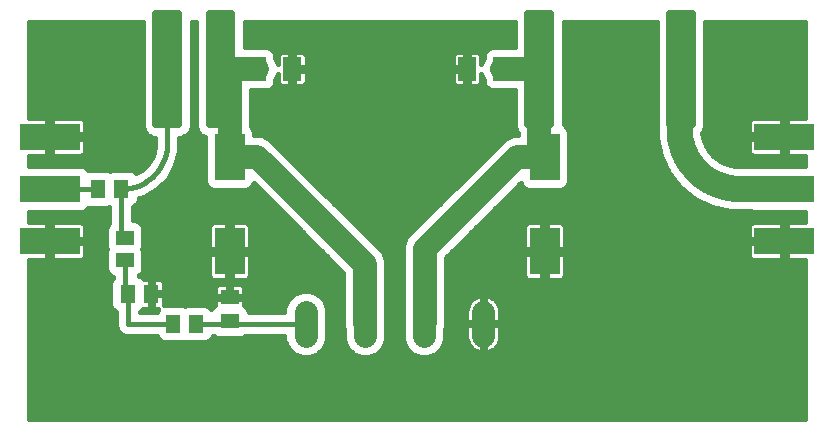
<source format=gtl>
G75*
%MOIN*%
%OFA0B0*%
%FSLAX25Y25*%
%IPPOS*%
%LPD*%
%AMOC8*
5,1,8,0,0,1.08239X$1,22.5*
%
%ADD10R,0.05118X0.06299*%
%ADD11R,0.06299X0.05118*%
%ADD12R,0.05906X0.07874*%
%ADD13R,0.09843X0.15748*%
%ADD14R,0.05118X0.05906*%
%ADD15R,0.05906X0.05118*%
%ADD16C,0.01969*%
%ADD17R,0.20000X0.09000*%
%ADD18C,0.07800*%
%ADD19C,0.01600*%
%ADD20C,0.08600*%
%ADD21C,0.02581*%
%ADD22C,0.23622*%
%ADD23C,0.07874*%
D10*
X0074569Y0046800D03*
X0082443Y0046800D03*
X0072443Y0081800D03*
X0064569Y0081800D03*
D11*
X0108506Y0045737D03*
X0108506Y0037863D03*
D12*
X0117601Y0121800D03*
X0129412Y0121800D03*
X0187601Y0121800D03*
X0199412Y0121800D03*
D13*
X0213506Y0092548D03*
X0213506Y0061052D03*
X0108506Y0061052D03*
X0108506Y0092548D03*
D14*
X0097246Y0036800D03*
X0089766Y0036800D03*
D15*
X0073506Y0058060D03*
X0073506Y0065540D03*
D16*
X0083782Y0103099D02*
X0091656Y0103099D01*
X0083782Y0103099D02*
X0083782Y0140501D01*
X0091656Y0140501D01*
X0091656Y0103099D01*
X0091656Y0105067D02*
X0083782Y0105067D01*
X0083782Y0107035D02*
X0091656Y0107035D01*
X0091656Y0109003D02*
X0083782Y0109003D01*
X0083782Y0110971D02*
X0091656Y0110971D01*
X0091656Y0112939D02*
X0083782Y0112939D01*
X0083782Y0114907D02*
X0091656Y0114907D01*
X0091656Y0116875D02*
X0083782Y0116875D01*
X0083782Y0118843D02*
X0091656Y0118843D01*
X0091656Y0120811D02*
X0083782Y0120811D01*
X0083782Y0122779D02*
X0091656Y0122779D01*
X0091656Y0124747D02*
X0083782Y0124747D01*
X0083782Y0126715D02*
X0091656Y0126715D01*
X0091656Y0128683D02*
X0083782Y0128683D01*
X0083782Y0130651D02*
X0091656Y0130651D01*
X0091656Y0132619D02*
X0083782Y0132619D01*
X0083782Y0134587D02*
X0091656Y0134587D01*
X0091656Y0136555D02*
X0083782Y0136555D01*
X0083782Y0138523D02*
X0091656Y0138523D01*
X0091656Y0140491D02*
X0083782Y0140491D01*
X0101498Y0103099D02*
X0109372Y0103099D01*
X0101498Y0103099D02*
X0101498Y0140501D01*
X0109372Y0140501D01*
X0109372Y0103099D01*
X0109372Y0105067D02*
X0101498Y0105067D01*
X0101498Y0107035D02*
X0109372Y0107035D01*
X0109372Y0109003D02*
X0101498Y0109003D01*
X0101498Y0110971D02*
X0109372Y0110971D01*
X0109372Y0112939D02*
X0101498Y0112939D01*
X0101498Y0114907D02*
X0109372Y0114907D01*
X0109372Y0116875D02*
X0101498Y0116875D01*
X0101498Y0118843D02*
X0109372Y0118843D01*
X0109372Y0120811D02*
X0101498Y0120811D01*
X0101498Y0122779D02*
X0109372Y0122779D01*
X0109372Y0124747D02*
X0101498Y0124747D01*
X0101498Y0126715D02*
X0109372Y0126715D01*
X0109372Y0128683D02*
X0101498Y0128683D01*
X0101498Y0130651D02*
X0109372Y0130651D01*
X0109372Y0132619D02*
X0101498Y0132619D01*
X0101498Y0134587D02*
X0109372Y0134587D01*
X0109372Y0136555D02*
X0101498Y0136555D01*
X0101498Y0138523D02*
X0109372Y0138523D01*
X0109372Y0140491D02*
X0101498Y0140491D01*
X0207798Y0103099D02*
X0215672Y0103099D01*
X0207798Y0103099D02*
X0207798Y0140501D01*
X0215672Y0140501D01*
X0215672Y0103099D01*
X0215672Y0105067D02*
X0207798Y0105067D01*
X0207798Y0107035D02*
X0215672Y0107035D01*
X0215672Y0109003D02*
X0207798Y0109003D01*
X0207798Y0110971D02*
X0215672Y0110971D01*
X0215672Y0112939D02*
X0207798Y0112939D01*
X0207798Y0114907D02*
X0215672Y0114907D01*
X0215672Y0116875D02*
X0207798Y0116875D01*
X0207798Y0118843D02*
X0215672Y0118843D01*
X0215672Y0120811D02*
X0207798Y0120811D01*
X0207798Y0122779D02*
X0215672Y0122779D01*
X0215672Y0124747D02*
X0207798Y0124747D01*
X0207798Y0126715D02*
X0215672Y0126715D01*
X0215672Y0128683D02*
X0207798Y0128683D01*
X0207798Y0130651D02*
X0215672Y0130651D01*
X0215672Y0132619D02*
X0207798Y0132619D01*
X0207798Y0134587D02*
X0215672Y0134587D01*
X0215672Y0136555D02*
X0207798Y0136555D01*
X0207798Y0138523D02*
X0215672Y0138523D01*
X0215672Y0140491D02*
X0207798Y0140491D01*
X0255042Y0103099D02*
X0262916Y0103099D01*
X0255042Y0103099D02*
X0255042Y0140501D01*
X0262916Y0140501D01*
X0262916Y0103099D01*
X0262916Y0105067D02*
X0255042Y0105067D01*
X0255042Y0107035D02*
X0262916Y0107035D01*
X0262916Y0109003D02*
X0255042Y0109003D01*
X0255042Y0110971D02*
X0262916Y0110971D01*
X0262916Y0112939D02*
X0255042Y0112939D01*
X0255042Y0114907D02*
X0262916Y0114907D01*
X0262916Y0116875D02*
X0255042Y0116875D01*
X0255042Y0118843D02*
X0262916Y0118843D01*
X0262916Y0120811D02*
X0255042Y0120811D01*
X0255042Y0122779D02*
X0262916Y0122779D01*
X0262916Y0124747D02*
X0255042Y0124747D01*
X0255042Y0126715D02*
X0262916Y0126715D01*
X0262916Y0128683D02*
X0255042Y0128683D01*
X0255042Y0130651D02*
X0262916Y0130651D01*
X0262916Y0132619D02*
X0255042Y0132619D01*
X0255042Y0134587D02*
X0262916Y0134587D01*
X0262916Y0136555D02*
X0255042Y0136555D01*
X0255042Y0138523D02*
X0262916Y0138523D01*
X0262916Y0140491D02*
X0255042Y0140491D01*
D17*
X0293406Y0099200D03*
X0293406Y0081800D03*
X0293406Y0064400D03*
X0048606Y0064400D03*
X0048606Y0081800D03*
X0048606Y0099200D03*
D18*
X0133906Y0040700D02*
X0133906Y0032900D01*
X0153706Y0032900D02*
X0153706Y0040700D01*
X0173306Y0040700D02*
X0173306Y0032900D01*
X0193106Y0032900D02*
X0193106Y0040700D01*
D19*
X0041706Y0058100D02*
X0041706Y0005000D01*
X0300228Y0005000D01*
X0300228Y0058100D01*
X0294206Y0058100D01*
X0294206Y0063600D01*
X0292606Y0063600D01*
X0281606Y0063600D01*
X0281606Y0059663D01*
X0281729Y0059205D01*
X0281966Y0058795D01*
X0282301Y0058460D01*
X0282712Y0058223D01*
X0283169Y0058100D01*
X0292606Y0058100D01*
X0292606Y0063600D01*
X0292606Y0065200D01*
X0281606Y0065200D01*
X0281606Y0069137D01*
X0281729Y0069595D01*
X0281966Y0070005D01*
X0282301Y0070340D01*
X0282712Y0070577D01*
X0283169Y0070700D01*
X0292606Y0070700D01*
X0292606Y0065200D01*
X0294206Y0065200D01*
X0294206Y0070700D01*
X0300228Y0070700D01*
X0300228Y0074100D01*
X0282770Y0074100D01*
X0282287Y0074300D01*
X0275408Y0074300D01*
X0269366Y0075679D01*
X0269366Y0075679D01*
X0263783Y0078368D01*
X0263783Y0078368D01*
X0258938Y0082232D01*
X0258938Y0082232D01*
X0255074Y0087077D01*
X0255074Y0087077D01*
X0252385Y0092660D01*
X0252385Y0092660D01*
X0251006Y0098701D01*
X0251006Y0101908D01*
X0250857Y0102267D01*
X0250857Y0137301D01*
X0219856Y0137301D01*
X0219856Y0103294D01*
X0220240Y0103135D01*
X0221140Y0102235D01*
X0221628Y0101059D01*
X0221628Y0084037D01*
X0221140Y0082861D01*
X0220240Y0081961D01*
X0219064Y0081474D01*
X0207949Y0081474D01*
X0206772Y0081961D01*
X0205872Y0082861D01*
X0205517Y0083718D01*
X0180643Y0058844D01*
X0180643Y0035580D01*
X0180406Y0035008D01*
X0180406Y0031488D01*
X0179325Y0028878D01*
X0177328Y0026881D01*
X0174719Y0025800D01*
X0171894Y0025800D01*
X0169284Y0026881D01*
X0167287Y0028878D01*
X0166206Y0031488D01*
X0166206Y0042112D01*
X0166369Y0042506D01*
X0166369Y0063220D01*
X0167456Y0065843D01*
X0169464Y0067850D01*
X0169464Y0067850D01*
X0200212Y0098598D01*
X0202835Y0099685D01*
X0204598Y0099685D01*
X0204598Y0100382D01*
X0204250Y0100729D01*
X0203613Y0102267D01*
X0203613Y0114663D01*
X0195823Y0114663D01*
X0194646Y0115150D01*
X0193746Y0116050D01*
X0193259Y0117226D01*
X0193259Y0118004D01*
X0192354Y0120190D01*
X0192354Y0117626D01*
X0192231Y0117168D01*
X0191994Y0116758D01*
X0191659Y0116423D01*
X0191248Y0116186D01*
X0190791Y0116063D01*
X0188277Y0116063D01*
X0188277Y0121124D01*
X0186924Y0121124D01*
X0182848Y0121124D01*
X0182848Y0117626D01*
X0182971Y0117168D01*
X0183208Y0116758D01*
X0183543Y0116423D01*
X0183953Y0116186D01*
X0184411Y0116063D01*
X0186924Y0116063D01*
X0186924Y0121124D01*
X0186924Y0122476D01*
X0182848Y0122476D01*
X0182848Y0125974D01*
X0182971Y0126432D01*
X0183208Y0126842D01*
X0183543Y0127177D01*
X0183953Y0127414D01*
X0184411Y0127537D01*
X0186924Y0127537D01*
X0186924Y0122476D01*
X0188277Y0122476D01*
X0188277Y0127537D01*
X0190791Y0127537D01*
X0191248Y0127414D01*
X0191659Y0127177D01*
X0191994Y0126842D01*
X0192231Y0126432D01*
X0192354Y0125974D01*
X0192354Y0123410D01*
X0193259Y0125596D01*
X0193259Y0126374D01*
X0193746Y0127550D01*
X0194646Y0128450D01*
X0195823Y0128937D01*
X0203613Y0128937D01*
X0203613Y0137301D01*
X0113557Y0137301D01*
X0113557Y0128937D01*
X0121190Y0128937D01*
X0122366Y0128450D01*
X0123266Y0127550D01*
X0123754Y0126374D01*
X0123754Y0125596D01*
X0124659Y0123410D01*
X0124659Y0125974D01*
X0124782Y0126432D01*
X0125019Y0126842D01*
X0125354Y0127177D01*
X0125764Y0127414D01*
X0126222Y0127537D01*
X0128735Y0127537D01*
X0128735Y0122476D01*
X0130088Y0122476D01*
X0134165Y0122476D01*
X0134165Y0125974D01*
X0134042Y0126432D01*
X0133805Y0126842D01*
X0133470Y0127177D01*
X0133059Y0127414D01*
X0132602Y0127537D01*
X0130088Y0127537D01*
X0130088Y0122476D01*
X0130088Y0121124D01*
X0134165Y0121124D01*
X0134165Y0117626D01*
X0134042Y0117168D01*
X0133805Y0116758D01*
X0133470Y0116423D01*
X0133059Y0116186D01*
X0132602Y0116063D01*
X0130088Y0116063D01*
X0130088Y0121124D01*
X0128735Y0121124D01*
X0128735Y0116063D01*
X0126222Y0116063D01*
X0125764Y0116186D01*
X0125354Y0116423D01*
X0125019Y0116758D01*
X0124782Y0117168D01*
X0124659Y0117626D01*
X0124659Y0120190D01*
X0123754Y0118004D01*
X0123754Y0117226D01*
X0123266Y0116050D01*
X0122366Y0115150D01*
X0121190Y0114663D01*
X0115643Y0114663D01*
X0115643Y0102732D01*
X0116140Y0102235D01*
X0116628Y0101059D01*
X0116628Y0099685D01*
X0119178Y0099685D01*
X0121801Y0098598D01*
X0157549Y0062850D01*
X0159557Y0060843D01*
X0160643Y0058220D01*
X0160643Y0042506D01*
X0160806Y0042112D01*
X0160806Y0031488D01*
X0159725Y0028878D01*
X0157728Y0026881D01*
X0155119Y0025800D01*
X0152294Y0025800D01*
X0149684Y0026881D01*
X0147687Y0028878D01*
X0146606Y0031488D01*
X0146606Y0035008D01*
X0146369Y0035580D01*
X0146369Y0053844D01*
X0116495Y0083718D01*
X0116140Y0082861D01*
X0115240Y0081961D01*
X0114064Y0081474D01*
X0102949Y0081474D01*
X0101772Y0081961D01*
X0100872Y0082861D01*
X0100385Y0084037D01*
X0100385Y0099031D01*
X0099128Y0099552D01*
X0097951Y0100729D01*
X0097314Y0102267D01*
X0097314Y0137301D01*
X0095840Y0137301D01*
X0095840Y0102267D01*
X0095203Y0100729D01*
X0094026Y0099552D01*
X0092488Y0098915D01*
X0091719Y0098915D01*
X0091719Y0094538D01*
X0090405Y0089635D01*
X0090405Y0089635D01*
X0087868Y0085240D01*
X0087868Y0085240D01*
X0084279Y0081651D01*
X0084279Y0081651D01*
X0079883Y0079114D01*
X0079883Y0079114D01*
X0078202Y0078663D01*
X0078202Y0078014D01*
X0077715Y0076838D01*
X0076815Y0075938D01*
X0076443Y0075784D01*
X0076443Y0071299D01*
X0077096Y0071299D01*
X0078272Y0070812D01*
X0079172Y0069912D01*
X0079659Y0068736D01*
X0079659Y0062345D01*
X0079433Y0061800D01*
X0079659Y0061255D01*
X0079659Y0054864D01*
X0079172Y0053688D01*
X0078379Y0052895D01*
X0078941Y0052662D01*
X0079841Y0051762D01*
X0079846Y0051750D01*
X0081964Y0051750D01*
X0081964Y0047280D01*
X0082923Y0047280D01*
X0082923Y0051750D01*
X0085239Y0051750D01*
X0085697Y0051627D01*
X0086108Y0051390D01*
X0086443Y0051055D01*
X0086680Y0050644D01*
X0086802Y0050187D01*
X0086802Y0047280D01*
X0082923Y0047280D01*
X0082923Y0046320D01*
X0082923Y0041850D01*
X0084779Y0041850D01*
X0084494Y0041565D01*
X0084177Y0040800D01*
X0078609Y0040800D01*
X0078941Y0040938D01*
X0079841Y0041838D01*
X0079846Y0041850D01*
X0081964Y0041850D01*
X0081964Y0046320D01*
X0082923Y0046320D01*
X0086802Y0046320D01*
X0086802Y0043413D01*
X0086680Y0042956D01*
X0086678Y0042953D01*
X0092962Y0042953D01*
X0093506Y0042727D01*
X0094051Y0042953D01*
X0100442Y0042953D01*
X0101618Y0042466D01*
X0102411Y0041673D01*
X0102644Y0042235D01*
X0103544Y0043135D01*
X0103557Y0043140D01*
X0103557Y0045257D01*
X0108027Y0045257D01*
X0108027Y0046217D01*
X0108027Y0050096D01*
X0105120Y0050096D01*
X0104662Y0049973D01*
X0104251Y0049736D01*
X0103916Y0049401D01*
X0103679Y0048991D01*
X0103557Y0048533D01*
X0103557Y0046217D01*
X0108027Y0046217D01*
X0108986Y0046217D01*
X0108986Y0050096D01*
X0111893Y0050096D01*
X0112351Y0049973D01*
X0112761Y0049736D01*
X0113096Y0049401D01*
X0113333Y0048991D01*
X0113456Y0048533D01*
X0113456Y0046217D01*
X0108986Y0046217D01*
X0108986Y0045257D01*
X0113456Y0045257D01*
X0113456Y0043140D01*
X0113469Y0043135D01*
X0114369Y0042235D01*
X0114856Y0041059D01*
X0114856Y0040800D01*
X0126806Y0040800D01*
X0126806Y0042112D01*
X0127887Y0044722D01*
X0129884Y0046719D01*
X0132494Y0047800D01*
X0135319Y0047800D01*
X0137928Y0046719D01*
X0139925Y0044722D01*
X0141006Y0042112D01*
X0141006Y0031488D01*
X0139925Y0028878D01*
X0137928Y0026881D01*
X0135319Y0025800D01*
X0132494Y0025800D01*
X0129884Y0026881D01*
X0127887Y0028878D01*
X0126806Y0031488D01*
X0126806Y0032800D01*
X0113677Y0032800D01*
X0113469Y0032591D01*
X0112292Y0032104D01*
X0104720Y0032104D01*
X0103544Y0032591D01*
X0103335Y0032800D01*
X0102835Y0032800D01*
X0102518Y0032035D01*
X0101618Y0031134D01*
X0100442Y0030647D01*
X0094051Y0030647D01*
X0093506Y0030873D01*
X0092962Y0030647D01*
X0086571Y0030647D01*
X0085394Y0031134D01*
X0084494Y0032035D01*
X0084177Y0032800D01*
X0073774Y0032800D01*
X0072303Y0033409D01*
X0071178Y0034534D01*
X0070569Y0036004D01*
X0070569Y0040784D01*
X0070198Y0040938D01*
X0069297Y0041838D01*
X0068810Y0043014D01*
X0068810Y0050586D01*
X0069297Y0051762D01*
X0069506Y0051971D01*
X0069506Y0052471D01*
X0068741Y0052788D01*
X0067841Y0053688D01*
X0067354Y0054864D01*
X0067354Y0061255D01*
X0067579Y0061800D01*
X0067354Y0062345D01*
X0067354Y0068736D01*
X0067841Y0069912D01*
X0068443Y0070514D01*
X0068443Y0075731D01*
X0067765Y0075450D01*
X0061374Y0075450D01*
X0061309Y0075477D01*
X0060419Y0074587D01*
X0059243Y0074100D01*
X0041706Y0074100D01*
X0041706Y0070700D01*
X0047806Y0070700D01*
X0047806Y0065200D01*
X0049406Y0065200D01*
X0049406Y0070700D01*
X0058843Y0070700D01*
X0059301Y0070577D01*
X0059712Y0070340D01*
X0060047Y0070005D01*
X0060284Y0069595D01*
X0060406Y0069137D01*
X0060406Y0065200D01*
X0049406Y0065200D01*
X0049406Y0063600D01*
X0049406Y0058100D01*
X0058843Y0058100D01*
X0059301Y0058223D01*
X0059712Y0058460D01*
X0060047Y0058795D01*
X0060284Y0059205D01*
X0060406Y0059663D01*
X0060406Y0063600D01*
X0049406Y0063600D01*
X0047806Y0063600D01*
X0047806Y0058100D01*
X0041706Y0058100D01*
X0041706Y0057748D02*
X0067354Y0057748D01*
X0067354Y0059346D02*
X0060321Y0059346D01*
X0060406Y0060945D02*
X0067354Y0060945D01*
X0067354Y0062543D02*
X0060406Y0062543D01*
X0060406Y0065740D02*
X0067354Y0065740D01*
X0067354Y0064142D02*
X0049406Y0064142D01*
X0049406Y0065740D02*
X0047806Y0065740D01*
X0047806Y0067339D02*
X0049406Y0067339D01*
X0049406Y0068937D02*
X0047806Y0068937D01*
X0047806Y0070536D02*
X0049406Y0070536D01*
X0041706Y0072134D02*
X0068443Y0072134D01*
X0068443Y0070536D02*
X0059373Y0070536D01*
X0060406Y0068937D02*
X0067437Y0068937D01*
X0067354Y0067339D02*
X0060406Y0067339D01*
X0068443Y0073733D02*
X0041706Y0073733D01*
X0048606Y0081800D02*
X0064569Y0081800D01*
X0061374Y0088150D02*
X0061309Y0088123D01*
X0060419Y0089013D01*
X0059243Y0089500D01*
X0041706Y0089500D01*
X0041706Y0092900D01*
X0047806Y0092900D01*
X0047806Y0098400D01*
X0049406Y0098400D01*
X0049406Y0092900D01*
X0058843Y0092900D01*
X0059301Y0093023D01*
X0059712Y0093260D01*
X0060047Y0093595D01*
X0060284Y0094005D01*
X0060406Y0094463D01*
X0060406Y0098400D01*
X0049406Y0098400D01*
X0049406Y0100000D01*
X0047806Y0100000D01*
X0047806Y0105500D01*
X0041706Y0105500D01*
X0041706Y0137301D01*
X0079598Y0137301D01*
X0079598Y0102267D01*
X0080235Y0100729D01*
X0081412Y0099552D01*
X0082950Y0098915D01*
X0083719Y0098915D01*
X0083719Y0097076D01*
X0083622Y0095604D01*
X0082861Y0092761D01*
X0081389Y0090211D01*
X0079307Y0088130D01*
X0077431Y0087047D01*
X0076815Y0087662D01*
X0075639Y0088150D01*
X0069248Y0088150D01*
X0068506Y0087842D01*
X0067765Y0088150D01*
X0061374Y0088150D01*
X0058900Y0092915D02*
X0082902Y0092915D01*
X0083330Y0094514D02*
X0060406Y0094514D01*
X0060406Y0096112D02*
X0083656Y0096112D01*
X0083719Y0097711D02*
X0060406Y0097711D01*
X0060406Y0100000D02*
X0060406Y0103937D01*
X0060284Y0104395D01*
X0060047Y0104805D01*
X0059712Y0105140D01*
X0059301Y0105377D01*
X0058843Y0105500D01*
X0049406Y0105500D01*
X0049406Y0100000D01*
X0060406Y0100000D01*
X0060406Y0100908D02*
X0080161Y0100908D01*
X0079598Y0102506D02*
X0060406Y0102506D01*
X0060361Y0104105D02*
X0079598Y0104105D01*
X0079598Y0105703D02*
X0041706Y0105703D01*
X0041706Y0107302D02*
X0079598Y0107302D01*
X0079598Y0108900D02*
X0041706Y0108900D01*
X0041706Y0110499D02*
X0079598Y0110499D01*
X0079598Y0112097D02*
X0041706Y0112097D01*
X0041706Y0113696D02*
X0079598Y0113696D01*
X0079598Y0115294D02*
X0041706Y0115294D01*
X0041706Y0116893D02*
X0079598Y0116893D01*
X0079598Y0118491D02*
X0041706Y0118491D01*
X0041706Y0120090D02*
X0079598Y0120090D01*
X0079598Y0121688D02*
X0041706Y0121688D01*
X0041706Y0123287D02*
X0079598Y0123287D01*
X0079598Y0124885D02*
X0041706Y0124885D01*
X0041706Y0126484D02*
X0079598Y0126484D01*
X0079598Y0128082D02*
X0041706Y0128082D01*
X0041706Y0129681D02*
X0079598Y0129681D01*
X0079598Y0131279D02*
X0041706Y0131279D01*
X0041706Y0132878D02*
X0079598Y0132878D01*
X0079598Y0134476D02*
X0041706Y0134476D01*
X0041706Y0136075D02*
X0079598Y0136075D01*
X0095840Y0136075D02*
X0097314Y0136075D01*
X0097314Y0134476D02*
X0095840Y0134476D01*
X0095840Y0132878D02*
X0097314Y0132878D01*
X0097314Y0131279D02*
X0095840Y0131279D01*
X0095840Y0129681D02*
X0097314Y0129681D01*
X0097314Y0128082D02*
X0095840Y0128082D01*
X0095840Y0126484D02*
X0097314Y0126484D01*
X0097314Y0124885D02*
X0095840Y0124885D01*
X0095840Y0123287D02*
X0097314Y0123287D01*
X0097314Y0121688D02*
X0095840Y0121688D01*
X0095840Y0120090D02*
X0097314Y0120090D01*
X0097314Y0118491D02*
X0095840Y0118491D01*
X0095840Y0116893D02*
X0097314Y0116893D01*
X0097314Y0115294D02*
X0095840Y0115294D01*
X0095840Y0113696D02*
X0097314Y0113696D01*
X0097314Y0112097D02*
X0095840Y0112097D01*
X0095840Y0110499D02*
X0097314Y0110499D01*
X0097314Y0108900D02*
X0095840Y0108900D01*
X0095840Y0107302D02*
X0097314Y0107302D01*
X0097314Y0105703D02*
X0095840Y0105703D01*
X0095840Y0104105D02*
X0097314Y0104105D01*
X0097314Y0102506D02*
X0095840Y0102506D01*
X0095277Y0100908D02*
X0097877Y0100908D01*
X0099714Y0099309D02*
X0093440Y0099309D01*
X0091719Y0097711D02*
X0100385Y0097711D01*
X0100385Y0096112D02*
X0091719Y0096112D01*
X0091712Y0094514D02*
X0100385Y0094514D01*
X0100385Y0092915D02*
X0091284Y0092915D01*
X0090856Y0091317D02*
X0100385Y0091317D01*
X0100385Y0089718D02*
X0090427Y0089718D01*
X0089530Y0088120D02*
X0100385Y0088120D01*
X0100385Y0086521D02*
X0088607Y0086521D01*
X0087550Y0084923D02*
X0100385Y0084923D01*
X0100681Y0083324D02*
X0085952Y0083324D01*
X0084353Y0081726D02*
X0102341Y0081726D01*
X0114671Y0081726D02*
X0118487Y0081726D01*
X0116889Y0083324D02*
X0116332Y0083324D01*
X0120086Y0080127D02*
X0081639Y0080127D01*
X0078202Y0078529D02*
X0121684Y0078529D01*
X0123283Y0076930D02*
X0077753Y0076930D01*
X0076443Y0075332D02*
X0124882Y0075332D01*
X0126480Y0073733D02*
X0076443Y0073733D01*
X0076443Y0072134D02*
X0128079Y0072134D01*
X0129677Y0070536D02*
X0114239Y0070536D01*
X0114122Y0070603D02*
X0113665Y0070726D01*
X0109306Y0070726D01*
X0109306Y0061852D01*
X0107706Y0061852D01*
X0107706Y0060252D01*
X0101785Y0060252D01*
X0101785Y0052941D01*
X0101908Y0052483D01*
X0102145Y0052073D01*
X0102480Y0051738D01*
X0102890Y0051501D01*
X0103348Y0051378D01*
X0107706Y0051378D01*
X0107706Y0060252D01*
X0109306Y0060252D01*
X0109306Y0051378D01*
X0113665Y0051378D01*
X0114122Y0051501D01*
X0114533Y0051738D01*
X0114868Y0052073D01*
X0115105Y0052483D01*
X0115228Y0052941D01*
X0115228Y0060252D01*
X0109306Y0060252D01*
X0109306Y0061852D01*
X0115228Y0061852D01*
X0115228Y0069163D01*
X0115105Y0069621D01*
X0114868Y0070031D01*
X0114533Y0070366D01*
X0114122Y0070603D01*
X0115228Y0068937D02*
X0131276Y0068937D01*
X0132874Y0067339D02*
X0115228Y0067339D01*
X0115228Y0065740D02*
X0134473Y0065740D01*
X0136071Y0064142D02*
X0115228Y0064142D01*
X0115228Y0062543D02*
X0137670Y0062543D01*
X0139268Y0060945D02*
X0109306Y0060945D01*
X0109306Y0062543D02*
X0107706Y0062543D01*
X0107706Y0061852D02*
X0107706Y0070726D01*
X0103348Y0070726D01*
X0102890Y0070603D01*
X0102480Y0070366D01*
X0102145Y0070031D01*
X0101908Y0069621D01*
X0101785Y0069163D01*
X0101785Y0061852D01*
X0107706Y0061852D01*
X0107706Y0060945D02*
X0079659Y0060945D01*
X0079659Y0062543D02*
X0101785Y0062543D01*
X0101785Y0064142D02*
X0079659Y0064142D01*
X0079659Y0065740D02*
X0101785Y0065740D01*
X0101785Y0067339D02*
X0079659Y0067339D01*
X0079575Y0068937D02*
X0101785Y0068937D01*
X0102774Y0070536D02*
X0078548Y0070536D01*
X0068443Y0075332D02*
X0061163Y0075332D01*
X0072443Y0081800D02*
X0072443Y0065540D01*
X0073506Y0065540D01*
X0079659Y0059346D02*
X0101785Y0059346D01*
X0101785Y0057748D02*
X0079659Y0057748D01*
X0079659Y0056149D02*
X0101785Y0056149D01*
X0101785Y0054551D02*
X0079529Y0054551D01*
X0078436Y0052952D02*
X0101785Y0052952D01*
X0104284Y0049755D02*
X0086802Y0049755D01*
X0086802Y0048157D02*
X0103557Y0048157D01*
X0103557Y0046558D02*
X0082923Y0046558D01*
X0082923Y0044960D02*
X0081964Y0044960D01*
X0081964Y0043361D02*
X0082923Y0043361D01*
X0084692Y0041763D02*
X0079766Y0041763D01*
X0081964Y0048157D02*
X0082923Y0048157D01*
X0082923Y0049755D02*
X0081964Y0049755D01*
X0081964Y0051354D02*
X0082923Y0051354D01*
X0086144Y0051354D02*
X0146369Y0051354D01*
X0146369Y0052952D02*
X0115228Y0052952D01*
X0115228Y0054551D02*
X0145662Y0054551D01*
X0144064Y0056149D02*
X0115228Y0056149D01*
X0115228Y0057748D02*
X0142465Y0057748D01*
X0140867Y0059346D02*
X0115228Y0059346D01*
X0109306Y0059346D02*
X0107706Y0059346D01*
X0107706Y0057748D02*
X0109306Y0057748D01*
X0109306Y0056149D02*
X0107706Y0056149D01*
X0107706Y0054551D02*
X0109306Y0054551D01*
X0109306Y0052952D02*
X0107706Y0052952D01*
X0108027Y0049755D02*
X0108986Y0049755D01*
X0108986Y0048157D02*
X0108027Y0048157D01*
X0108027Y0046558D02*
X0108986Y0046558D01*
X0112728Y0049755D02*
X0146369Y0049755D01*
X0146369Y0048157D02*
X0113456Y0048157D01*
X0113456Y0046558D02*
X0129724Y0046558D01*
X0128125Y0044960D02*
X0113456Y0044960D01*
X0113456Y0043361D02*
X0127324Y0043361D01*
X0126806Y0041763D02*
X0114564Y0041763D01*
X0109569Y0036800D02*
X0109505Y0036802D01*
X0109441Y0036808D01*
X0109377Y0036817D01*
X0109315Y0036831D01*
X0109253Y0036848D01*
X0109192Y0036869D01*
X0109133Y0036894D01*
X0109075Y0036922D01*
X0109019Y0036953D01*
X0108965Y0036988D01*
X0108913Y0037026D01*
X0108864Y0037067D01*
X0108817Y0037111D01*
X0108773Y0037158D01*
X0108732Y0037207D01*
X0108694Y0037259D01*
X0108659Y0037313D01*
X0108628Y0037369D01*
X0108600Y0037427D01*
X0108575Y0037486D01*
X0108554Y0037547D01*
X0108537Y0037609D01*
X0108523Y0037671D01*
X0108514Y0037735D01*
X0108508Y0037799D01*
X0108506Y0037863D01*
X0108504Y0037799D01*
X0108498Y0037735D01*
X0108489Y0037671D01*
X0108475Y0037609D01*
X0108458Y0037547D01*
X0108437Y0037486D01*
X0108412Y0037427D01*
X0108384Y0037369D01*
X0108353Y0037313D01*
X0108318Y0037259D01*
X0108280Y0037207D01*
X0108239Y0037158D01*
X0108195Y0037111D01*
X0108148Y0037067D01*
X0108099Y0037026D01*
X0108047Y0036988D01*
X0107993Y0036953D01*
X0107937Y0036922D01*
X0107879Y0036894D01*
X0107820Y0036869D01*
X0107759Y0036848D01*
X0107697Y0036831D01*
X0107635Y0036817D01*
X0107571Y0036808D01*
X0107507Y0036802D01*
X0107443Y0036800D01*
X0097246Y0036800D01*
X0102575Y0032172D02*
X0104557Y0032172D01*
X0109569Y0036800D02*
X0133906Y0036800D01*
X0141006Y0036967D02*
X0146369Y0036967D01*
X0146369Y0038566D02*
X0141006Y0038566D01*
X0141006Y0040164D02*
X0146369Y0040164D01*
X0146369Y0041763D02*
X0141006Y0041763D01*
X0140489Y0043361D02*
X0146369Y0043361D01*
X0146369Y0044960D02*
X0139687Y0044960D01*
X0138089Y0046558D02*
X0146369Y0046558D01*
X0160643Y0046558D02*
X0166369Y0046558D01*
X0166369Y0044960D02*
X0160643Y0044960D01*
X0160643Y0043361D02*
X0166369Y0043361D01*
X0166206Y0041763D02*
X0160806Y0041763D01*
X0160806Y0040164D02*
X0166206Y0040164D01*
X0166206Y0038566D02*
X0160806Y0038566D01*
X0160806Y0036967D02*
X0166206Y0036967D01*
X0166206Y0035369D02*
X0160806Y0035369D01*
X0160806Y0033770D02*
X0166206Y0033770D01*
X0166206Y0032172D02*
X0160806Y0032172D01*
X0160427Y0030573D02*
X0166585Y0030573D01*
X0167247Y0028975D02*
X0159765Y0028975D01*
X0158223Y0027376D02*
X0168789Y0027376D01*
X0177823Y0027376D02*
X0191661Y0027376D01*
X0191772Y0027340D02*
X0192606Y0027208D01*
X0192606Y0036300D01*
X0187406Y0036300D01*
X0187406Y0032451D01*
X0187547Y0031565D01*
X0187824Y0030712D01*
X0188231Y0029913D01*
X0188759Y0029187D01*
X0189393Y0028552D01*
X0190119Y0028025D01*
X0190918Y0027618D01*
X0191772Y0027340D01*
X0192606Y0027376D02*
X0193606Y0027376D01*
X0193606Y0027208D02*
X0194441Y0027340D01*
X0195294Y0027618D01*
X0196094Y0028025D01*
X0196820Y0028552D01*
X0197454Y0029187D01*
X0197981Y0029913D01*
X0198389Y0030712D01*
X0198666Y0031565D01*
X0198806Y0032451D01*
X0198806Y0036300D01*
X0193606Y0036300D01*
X0193606Y0027208D01*
X0194551Y0027376D02*
X0300228Y0027376D01*
X0300228Y0025778D02*
X0041706Y0025778D01*
X0041706Y0027376D02*
X0129389Y0027376D01*
X0127847Y0028975D02*
X0041706Y0028975D01*
X0041706Y0030573D02*
X0127185Y0030573D01*
X0126806Y0032172D02*
X0112456Y0032172D01*
X0102448Y0041763D02*
X0102321Y0041763D01*
X0103557Y0043361D02*
X0086788Y0043361D01*
X0086802Y0044960D02*
X0103557Y0044960D01*
X0089766Y0036800D02*
X0074569Y0036800D01*
X0074569Y0046800D01*
X0073506Y0046800D01*
X0073506Y0058060D01*
X0067354Y0056149D02*
X0041706Y0056149D01*
X0041706Y0054551D02*
X0067483Y0054551D01*
X0068576Y0052952D02*
X0041706Y0052952D01*
X0041706Y0051354D02*
X0069128Y0051354D01*
X0068810Y0049755D02*
X0041706Y0049755D01*
X0041706Y0048157D02*
X0068810Y0048157D01*
X0068810Y0046558D02*
X0041706Y0046558D01*
X0041706Y0044960D02*
X0068810Y0044960D01*
X0068810Y0043361D02*
X0041706Y0043361D01*
X0041706Y0041763D02*
X0069372Y0041763D01*
X0070569Y0040164D02*
X0041706Y0040164D01*
X0041706Y0038566D02*
X0070569Y0038566D01*
X0070569Y0036967D02*
X0041706Y0036967D01*
X0041706Y0035369D02*
X0070833Y0035369D01*
X0071942Y0033770D02*
X0041706Y0033770D01*
X0041706Y0032172D02*
X0084437Y0032172D01*
X0041706Y0024179D02*
X0300228Y0024179D01*
X0300228Y0022581D02*
X0041706Y0022581D01*
X0041706Y0020982D02*
X0300228Y0020982D01*
X0300228Y0019384D02*
X0041706Y0019384D01*
X0041706Y0017785D02*
X0300228Y0017785D01*
X0300228Y0016187D02*
X0041706Y0016187D01*
X0041706Y0014588D02*
X0300228Y0014588D01*
X0300228Y0012990D02*
X0041706Y0012990D01*
X0041706Y0011391D02*
X0300228Y0011391D01*
X0300228Y0009793D02*
X0041706Y0009793D01*
X0041706Y0008194D02*
X0300228Y0008194D01*
X0300228Y0006596D02*
X0041706Y0006596D01*
X0047806Y0059346D02*
X0049406Y0059346D01*
X0049406Y0060945D02*
X0047806Y0060945D01*
X0047806Y0062543D02*
X0049406Y0062543D01*
X0041706Y0089718D02*
X0080896Y0089718D01*
X0082027Y0091317D02*
X0041706Y0091317D01*
X0047806Y0092915D02*
X0049406Y0092915D01*
X0049406Y0094514D02*
X0047806Y0094514D01*
X0047806Y0096112D02*
X0049406Y0096112D01*
X0049406Y0097711D02*
X0047806Y0097711D01*
X0049406Y0099309D02*
X0081998Y0099309D01*
X0087719Y0097076D02*
X0087719Y0121800D01*
X0105435Y0121800D02*
X0105435Y0118729D01*
X0108506Y0118729D01*
X0115643Y0113696D02*
X0203613Y0113696D01*
X0203613Y0112097D02*
X0115643Y0112097D01*
X0115643Y0110499D02*
X0203613Y0110499D01*
X0203613Y0108900D02*
X0115643Y0108900D01*
X0115643Y0107302D02*
X0203613Y0107302D01*
X0203613Y0105703D02*
X0115643Y0105703D01*
X0115643Y0104105D02*
X0203613Y0104105D01*
X0203613Y0102506D02*
X0115869Y0102506D01*
X0116628Y0100908D02*
X0204176Y0100908D01*
X0201927Y0099309D02*
X0120085Y0099309D01*
X0122689Y0097711D02*
X0199324Y0097711D01*
X0197725Y0096112D02*
X0124287Y0096112D01*
X0125886Y0094514D02*
X0196127Y0094514D01*
X0194528Y0092915D02*
X0127484Y0092915D01*
X0129083Y0091317D02*
X0192930Y0091317D01*
X0191331Y0089718D02*
X0130681Y0089718D01*
X0132280Y0088120D02*
X0189733Y0088120D01*
X0188134Y0086521D02*
X0133878Y0086521D01*
X0135477Y0084923D02*
X0186536Y0084923D01*
X0184937Y0083324D02*
X0137075Y0083324D01*
X0138674Y0081726D02*
X0183339Y0081726D01*
X0181740Y0080127D02*
X0140272Y0080127D01*
X0141871Y0078529D02*
X0180142Y0078529D01*
X0178543Y0076930D02*
X0143470Y0076930D01*
X0145068Y0075332D02*
X0176945Y0075332D01*
X0175346Y0073733D02*
X0146667Y0073733D01*
X0148265Y0072134D02*
X0173748Y0072134D01*
X0172149Y0070536D02*
X0149864Y0070536D01*
X0151462Y0068937D02*
X0170551Y0068937D01*
X0168952Y0067339D02*
X0153061Y0067339D01*
X0154659Y0065740D02*
X0167413Y0065740D01*
X0166751Y0064142D02*
X0156258Y0064142D01*
X0157856Y0062543D02*
X0166369Y0062543D01*
X0166369Y0060945D02*
X0159455Y0060945D01*
X0160177Y0059346D02*
X0166369Y0059346D01*
X0166369Y0057748D02*
X0160643Y0057748D01*
X0160643Y0056149D02*
X0166369Y0056149D01*
X0166369Y0054551D02*
X0160643Y0054551D01*
X0160643Y0052952D02*
X0166369Y0052952D01*
X0166369Y0051354D02*
X0160643Y0051354D01*
X0160643Y0049755D02*
X0166369Y0049755D01*
X0166369Y0048157D02*
X0160643Y0048157D01*
X0153506Y0037000D02*
X0153706Y0036800D01*
X0146457Y0035369D02*
X0141006Y0035369D01*
X0141006Y0033770D02*
X0146606Y0033770D01*
X0146606Y0032172D02*
X0141006Y0032172D01*
X0140627Y0030573D02*
X0146985Y0030573D01*
X0147647Y0028975D02*
X0139965Y0028975D01*
X0138423Y0027376D02*
X0149189Y0027376D01*
X0173306Y0036800D02*
X0173506Y0037000D01*
X0180643Y0036967D02*
X0192606Y0036967D01*
X0192606Y0037300D02*
X0192606Y0036300D01*
X0193606Y0036300D01*
X0193606Y0037300D01*
X0192606Y0037300D01*
X0187406Y0037300D01*
X0187406Y0041149D01*
X0187547Y0042035D01*
X0187824Y0042888D01*
X0188231Y0043687D01*
X0188759Y0044413D01*
X0189393Y0045048D01*
X0190119Y0045575D01*
X0190918Y0045982D01*
X0191772Y0046260D01*
X0192606Y0046392D01*
X0192606Y0037300D01*
X0193606Y0037300D02*
X0193606Y0046392D01*
X0194441Y0046260D01*
X0195294Y0045982D01*
X0196094Y0045575D01*
X0196820Y0045048D01*
X0197454Y0044413D01*
X0197981Y0043687D01*
X0198389Y0042888D01*
X0198666Y0042035D01*
X0198806Y0041149D01*
X0198806Y0037300D01*
X0193606Y0037300D01*
X0193606Y0036967D02*
X0300228Y0036967D01*
X0300228Y0035369D02*
X0198806Y0035369D01*
X0198806Y0033770D02*
X0300228Y0033770D01*
X0300228Y0032172D02*
X0198762Y0032172D01*
X0198318Y0030573D02*
X0300228Y0030573D01*
X0300228Y0028975D02*
X0197242Y0028975D01*
X0193606Y0028975D02*
X0192606Y0028975D01*
X0192606Y0030573D02*
X0193606Y0030573D01*
X0193606Y0032172D02*
X0192606Y0032172D01*
X0192606Y0033770D02*
X0193606Y0033770D01*
X0193606Y0035369D02*
X0192606Y0035369D01*
X0192606Y0038566D02*
X0193606Y0038566D01*
X0193606Y0040164D02*
X0192606Y0040164D01*
X0192606Y0041763D02*
X0193606Y0041763D01*
X0193606Y0043361D02*
X0192606Y0043361D01*
X0192606Y0044960D02*
X0193606Y0044960D01*
X0196907Y0044960D02*
X0300228Y0044960D01*
X0300228Y0046558D02*
X0180643Y0046558D01*
X0180643Y0044960D02*
X0189305Y0044960D01*
X0188065Y0043361D02*
X0180643Y0043361D01*
X0180643Y0041763D02*
X0187504Y0041763D01*
X0187406Y0040164D02*
X0180643Y0040164D01*
X0180643Y0038566D02*
X0187406Y0038566D01*
X0187406Y0035369D02*
X0180556Y0035369D01*
X0180406Y0033770D02*
X0187406Y0033770D01*
X0187451Y0032172D02*
X0180406Y0032172D01*
X0180027Y0030573D02*
X0187895Y0030573D01*
X0188971Y0028975D02*
X0179365Y0028975D01*
X0198806Y0038566D02*
X0300228Y0038566D01*
X0300228Y0040164D02*
X0198806Y0040164D01*
X0198709Y0041763D02*
X0300228Y0041763D01*
X0300228Y0043361D02*
X0198148Y0043361D01*
X0207145Y0052073D02*
X0207480Y0051738D01*
X0207890Y0051501D01*
X0208348Y0051378D01*
X0212706Y0051378D01*
X0212706Y0060252D01*
X0206785Y0060252D01*
X0206785Y0052941D01*
X0206908Y0052483D01*
X0207145Y0052073D01*
X0206785Y0052952D02*
X0180643Y0052952D01*
X0180643Y0051354D02*
X0300228Y0051354D01*
X0300228Y0052952D02*
X0220228Y0052952D01*
X0220228Y0052941D02*
X0220228Y0060252D01*
X0214306Y0060252D01*
X0214306Y0051378D01*
X0218665Y0051378D01*
X0219122Y0051501D01*
X0219533Y0051738D01*
X0219868Y0052073D01*
X0220105Y0052483D01*
X0220228Y0052941D01*
X0220228Y0054551D02*
X0300228Y0054551D01*
X0300228Y0056149D02*
X0220228Y0056149D01*
X0220228Y0057748D02*
X0300228Y0057748D01*
X0294206Y0059346D02*
X0292606Y0059346D01*
X0292606Y0060945D02*
X0294206Y0060945D01*
X0294206Y0062543D02*
X0292606Y0062543D01*
X0292606Y0064142D02*
X0220228Y0064142D01*
X0220228Y0065740D02*
X0281606Y0065740D01*
X0281606Y0067339D02*
X0220228Y0067339D01*
X0220228Y0068937D02*
X0281606Y0068937D01*
X0282640Y0070536D02*
X0219239Y0070536D01*
X0219122Y0070603D02*
X0218665Y0070726D01*
X0214306Y0070726D01*
X0214306Y0061852D01*
X0212706Y0061852D01*
X0212706Y0060252D01*
X0214306Y0060252D01*
X0214306Y0061852D01*
X0220228Y0061852D01*
X0220228Y0069163D01*
X0220105Y0069621D01*
X0219868Y0070031D01*
X0219533Y0070366D01*
X0219122Y0070603D01*
X0214306Y0070536D02*
X0212706Y0070536D01*
X0212706Y0070726D02*
X0208348Y0070726D01*
X0207890Y0070603D01*
X0207480Y0070366D01*
X0207145Y0070031D01*
X0206908Y0069621D01*
X0206785Y0069163D01*
X0206785Y0061852D01*
X0212706Y0061852D01*
X0212706Y0070726D01*
X0212706Y0068937D02*
X0214306Y0068937D01*
X0214306Y0067339D02*
X0212706Y0067339D01*
X0212706Y0065740D02*
X0214306Y0065740D01*
X0214306Y0064142D02*
X0212706Y0064142D01*
X0212706Y0062543D02*
X0214306Y0062543D01*
X0214306Y0060945D02*
X0281606Y0060945D01*
X0281606Y0062543D02*
X0220228Y0062543D01*
X0220228Y0059346D02*
X0281691Y0059346D01*
X0292606Y0065740D02*
X0294206Y0065740D01*
X0294206Y0067339D02*
X0292606Y0067339D01*
X0292606Y0068937D02*
X0294206Y0068937D01*
X0294206Y0070536D02*
X0292606Y0070536D01*
X0300228Y0072134D02*
X0193934Y0072134D01*
X0192336Y0070536D02*
X0207774Y0070536D01*
X0206785Y0068937D02*
X0190737Y0068937D01*
X0189138Y0067339D02*
X0206785Y0067339D01*
X0206785Y0065740D02*
X0187540Y0065740D01*
X0185941Y0064142D02*
X0206785Y0064142D01*
X0206785Y0062543D02*
X0184343Y0062543D01*
X0182744Y0060945D02*
X0212706Y0060945D01*
X0212706Y0059346D02*
X0214306Y0059346D01*
X0214306Y0057748D02*
X0212706Y0057748D01*
X0212706Y0056149D02*
X0214306Y0056149D01*
X0214306Y0054551D02*
X0212706Y0054551D01*
X0212706Y0052952D02*
X0214306Y0052952D01*
X0206785Y0054551D02*
X0180643Y0054551D01*
X0180643Y0056149D02*
X0206785Y0056149D01*
X0206785Y0057748D02*
X0180643Y0057748D01*
X0181146Y0059346D02*
X0206785Y0059346D01*
X0195533Y0073733D02*
X0300228Y0073733D01*
X0300228Y0089500D02*
X0282770Y0089500D01*
X0282287Y0089300D01*
X0278506Y0089300D01*
X0277107Y0089379D01*
X0274378Y0090001D01*
X0271856Y0091216D01*
X0269667Y0092961D01*
X0267922Y0095150D01*
X0266708Y0097672D01*
X0266094Y0100360D01*
X0266463Y0100729D01*
X0267100Y0102267D01*
X0267100Y0137301D01*
X0300228Y0137301D01*
X0300228Y0105500D01*
X0294206Y0105500D01*
X0294206Y0100000D01*
X0292606Y0100000D01*
X0292606Y0098400D01*
X0281606Y0098400D01*
X0281606Y0094463D01*
X0281729Y0094005D01*
X0281966Y0093595D01*
X0282301Y0093260D01*
X0282712Y0093023D01*
X0283169Y0092900D01*
X0292606Y0092900D01*
X0292606Y0098400D01*
X0294206Y0098400D01*
X0294206Y0092900D01*
X0300228Y0092900D01*
X0300228Y0089500D01*
X0300228Y0089718D02*
X0275619Y0089718D01*
X0271730Y0091317D02*
X0300228Y0091317D01*
X0294206Y0092915D02*
X0292606Y0092915D01*
X0292606Y0094514D02*
X0294206Y0094514D01*
X0294206Y0096112D02*
X0292606Y0096112D01*
X0292606Y0097711D02*
X0294206Y0097711D01*
X0292606Y0099309D02*
X0266334Y0099309D01*
X0266537Y0100908D02*
X0281606Y0100908D01*
X0281606Y0100000D02*
X0292606Y0100000D01*
X0292606Y0105500D01*
X0283169Y0105500D01*
X0282712Y0105377D01*
X0282301Y0105140D01*
X0281966Y0104805D01*
X0281729Y0104395D01*
X0281606Y0103937D01*
X0281606Y0100000D01*
X0281606Y0097711D02*
X0266699Y0097711D01*
X0267459Y0096112D02*
X0281606Y0096112D01*
X0281606Y0094514D02*
X0268429Y0094514D01*
X0269725Y0092915D02*
X0283113Y0092915D01*
X0292606Y0100908D02*
X0294206Y0100908D01*
X0294206Y0102506D02*
X0292606Y0102506D01*
X0292606Y0104105D02*
X0294206Y0104105D01*
X0300228Y0105703D02*
X0267100Y0105703D01*
X0267100Y0104105D02*
X0281651Y0104105D01*
X0281606Y0102506D02*
X0267100Y0102506D01*
X0267100Y0107302D02*
X0300228Y0107302D01*
X0300228Y0108900D02*
X0267100Y0108900D01*
X0267100Y0110499D02*
X0300228Y0110499D01*
X0300228Y0112097D02*
X0267100Y0112097D01*
X0267100Y0113696D02*
X0300228Y0113696D01*
X0300228Y0115294D02*
X0267100Y0115294D01*
X0267100Y0116893D02*
X0300228Y0116893D01*
X0300228Y0118491D02*
X0267100Y0118491D01*
X0267100Y0120090D02*
X0300228Y0120090D01*
X0300228Y0121688D02*
X0267100Y0121688D01*
X0267100Y0123287D02*
X0300228Y0123287D01*
X0300228Y0124885D02*
X0267100Y0124885D01*
X0267100Y0126484D02*
X0300228Y0126484D01*
X0300228Y0128082D02*
X0267100Y0128082D01*
X0267100Y0129681D02*
X0300228Y0129681D01*
X0300228Y0131279D02*
X0267100Y0131279D01*
X0267100Y0132878D02*
X0300228Y0132878D01*
X0300228Y0134476D02*
X0267100Y0134476D01*
X0267100Y0136075D02*
X0300228Y0136075D01*
X0250857Y0136075D02*
X0219856Y0136075D01*
X0219856Y0134476D02*
X0250857Y0134476D01*
X0250857Y0132878D02*
X0219856Y0132878D01*
X0219856Y0131279D02*
X0250857Y0131279D01*
X0250857Y0129681D02*
X0219856Y0129681D01*
X0219856Y0128082D02*
X0250857Y0128082D01*
X0250857Y0126484D02*
X0219856Y0126484D01*
X0219856Y0124885D02*
X0250857Y0124885D01*
X0250857Y0123287D02*
X0219856Y0123287D01*
X0219856Y0121688D02*
X0250857Y0121688D01*
X0250857Y0120090D02*
X0219856Y0120090D01*
X0219856Y0118491D02*
X0250857Y0118491D01*
X0250857Y0116893D02*
X0219856Y0116893D01*
X0219856Y0115294D02*
X0250857Y0115294D01*
X0250857Y0113696D02*
X0219856Y0113696D01*
X0219856Y0112097D02*
X0250857Y0112097D01*
X0250857Y0110499D02*
X0219856Y0110499D01*
X0219856Y0108900D02*
X0250857Y0108900D01*
X0250857Y0107302D02*
X0219856Y0107302D01*
X0219856Y0105703D02*
X0250857Y0105703D01*
X0250857Y0104105D02*
X0219856Y0104105D01*
X0220869Y0102506D02*
X0250857Y0102506D01*
X0251006Y0100908D02*
X0221628Y0100908D01*
X0221628Y0099309D02*
X0251006Y0099309D01*
X0251232Y0097711D02*
X0221628Y0097711D01*
X0221628Y0096112D02*
X0251597Y0096112D01*
X0251962Y0094514D02*
X0221628Y0094514D01*
X0221628Y0092915D02*
X0252327Y0092915D01*
X0253032Y0091317D02*
X0221628Y0091317D01*
X0221628Y0089718D02*
X0253802Y0089718D01*
X0254572Y0088120D02*
X0221628Y0088120D01*
X0221628Y0086521D02*
X0255517Y0086521D01*
X0256792Y0084923D02*
X0221628Y0084923D01*
X0221332Y0083324D02*
X0258067Y0083324D01*
X0258938Y0082232D02*
X0258938Y0082232D01*
X0259572Y0081726D02*
X0219671Y0081726D01*
X0207341Y0081726D02*
X0203525Y0081726D01*
X0205124Y0083324D02*
X0205681Y0083324D01*
X0201927Y0080127D02*
X0261577Y0080127D01*
X0263581Y0078529D02*
X0200328Y0078529D01*
X0198730Y0076930D02*
X0266768Y0076930D01*
X0270888Y0075332D02*
X0197131Y0075332D01*
X0213506Y0092548D02*
X0211735Y0094320D01*
X0194502Y0115294D02*
X0122510Y0115294D01*
X0123615Y0116893D02*
X0124941Y0116893D01*
X0124659Y0118491D02*
X0123955Y0118491D01*
X0124617Y0120090D02*
X0124659Y0120090D01*
X0128735Y0120090D02*
X0130088Y0120090D01*
X0130088Y0121688D02*
X0186924Y0121688D01*
X0186924Y0120090D02*
X0188277Y0120090D01*
X0188277Y0118491D02*
X0186924Y0118491D01*
X0186924Y0116893D02*
X0188277Y0116893D01*
X0192072Y0116893D02*
X0193397Y0116893D01*
X0193057Y0118491D02*
X0192354Y0118491D01*
X0192354Y0120090D02*
X0192395Y0120090D01*
X0192354Y0124885D02*
X0192965Y0124885D01*
X0193305Y0126484D02*
X0192201Y0126484D01*
X0194279Y0128082D02*
X0122734Y0128082D01*
X0123708Y0126484D02*
X0124812Y0126484D01*
X0124659Y0124885D02*
X0124048Y0124885D01*
X0128735Y0124885D02*
X0130088Y0124885D01*
X0130088Y0123287D02*
X0128735Y0123287D01*
X0128735Y0126484D02*
X0130088Y0126484D01*
X0134012Y0126484D02*
X0183001Y0126484D01*
X0182848Y0124885D02*
X0134165Y0124885D01*
X0134165Y0123287D02*
X0182848Y0123287D01*
X0186924Y0123287D02*
X0188277Y0123287D01*
X0188277Y0124885D02*
X0186924Y0124885D01*
X0186924Y0126484D02*
X0188277Y0126484D01*
X0182848Y0120090D02*
X0134165Y0120090D01*
X0134165Y0118491D02*
X0182848Y0118491D01*
X0183130Y0116893D02*
X0133883Y0116893D01*
X0130088Y0116893D02*
X0128735Y0116893D01*
X0128735Y0118491D02*
X0130088Y0118491D01*
X0113557Y0129681D02*
X0203613Y0129681D01*
X0203613Y0131279D02*
X0113557Y0131279D01*
X0113557Y0132878D02*
X0203613Y0132878D01*
X0203613Y0134476D02*
X0113557Y0134476D01*
X0113557Y0136075D02*
X0203613Y0136075D01*
X0109306Y0070536D02*
X0107706Y0070536D01*
X0107706Y0068937D02*
X0109306Y0068937D01*
X0109306Y0067339D02*
X0107706Y0067339D01*
X0107706Y0065740D02*
X0109306Y0065740D01*
X0109306Y0064142D02*
X0107706Y0064142D01*
X0079289Y0088120D02*
X0075711Y0088120D01*
X0069175Y0088120D02*
X0067837Y0088120D01*
X0072443Y0081800D02*
X0072812Y0081804D01*
X0073181Y0081818D01*
X0073550Y0081840D01*
X0073917Y0081871D01*
X0074284Y0081911D01*
X0074650Y0081960D01*
X0075015Y0082018D01*
X0075378Y0082085D01*
X0075739Y0082160D01*
X0076099Y0082244D01*
X0076456Y0082337D01*
X0076811Y0082438D01*
X0077164Y0082548D01*
X0077513Y0082666D01*
X0077860Y0082793D01*
X0078204Y0082928D01*
X0078544Y0083071D01*
X0078880Y0083223D01*
X0079213Y0083382D01*
X0079542Y0083550D01*
X0079867Y0083725D01*
X0080187Y0083909D01*
X0080503Y0084100D01*
X0080814Y0084298D01*
X0081121Y0084504D01*
X0081422Y0084717D01*
X0081718Y0084938D01*
X0082009Y0085166D01*
X0082294Y0085400D01*
X0082573Y0085642D01*
X0082846Y0085890D01*
X0083113Y0086145D01*
X0083374Y0086406D01*
X0083629Y0086673D01*
X0083877Y0086946D01*
X0084119Y0087225D01*
X0084353Y0087510D01*
X0084581Y0087801D01*
X0084802Y0088097D01*
X0085015Y0088398D01*
X0085221Y0088705D01*
X0085419Y0089016D01*
X0085610Y0089332D01*
X0085794Y0089652D01*
X0085969Y0089977D01*
X0086137Y0090306D01*
X0086296Y0090639D01*
X0086448Y0090975D01*
X0086591Y0091315D01*
X0086726Y0091659D01*
X0086853Y0092006D01*
X0086971Y0092355D01*
X0087081Y0092708D01*
X0087182Y0093063D01*
X0087275Y0093420D01*
X0087359Y0093780D01*
X0087434Y0094141D01*
X0087501Y0094504D01*
X0087559Y0094869D01*
X0087608Y0095235D01*
X0087648Y0095602D01*
X0087679Y0095969D01*
X0087701Y0096338D01*
X0087715Y0096707D01*
X0087719Y0097076D01*
X0049406Y0100908D02*
X0047806Y0100908D01*
X0047806Y0102506D02*
X0049406Y0102506D01*
X0049406Y0104105D02*
X0047806Y0104105D01*
X0180643Y0049755D02*
X0300228Y0049755D01*
X0300228Y0048157D02*
X0180643Y0048157D01*
D20*
X0258506Y0101800D02*
X0258506Y0121328D01*
X0258507Y0121328D02*
X0258509Y0121369D01*
X0258514Y0121410D01*
X0258523Y0121450D01*
X0258535Y0121489D01*
X0258551Y0121527D01*
X0258570Y0121564D01*
X0258592Y0121599D01*
X0258617Y0121631D01*
X0258645Y0121662D01*
X0258676Y0121690D01*
X0258708Y0121715D01*
X0258743Y0121737D01*
X0258780Y0121756D01*
X0258818Y0121772D01*
X0258857Y0121784D01*
X0258897Y0121793D01*
X0258938Y0121798D01*
X0258979Y0121800D01*
X0258506Y0101800D02*
X0258512Y0101317D01*
X0258529Y0100834D01*
X0258559Y0100351D01*
X0258599Y0099870D01*
X0258652Y0099389D01*
X0258716Y0098910D01*
X0258791Y0098433D01*
X0258879Y0097957D01*
X0258977Y0097484D01*
X0259087Y0097014D01*
X0259208Y0096546D01*
X0259341Y0096081D01*
X0259485Y0095620D01*
X0259640Y0095162D01*
X0259806Y0094708D01*
X0259983Y0094258D01*
X0260170Y0093813D01*
X0260369Y0093372D01*
X0260577Y0092936D01*
X0260797Y0092506D01*
X0261027Y0092080D01*
X0261267Y0091661D01*
X0261517Y0091247D01*
X0261777Y0090840D01*
X0262046Y0090439D01*
X0262326Y0090044D01*
X0262614Y0089657D01*
X0262913Y0089276D01*
X0263220Y0088903D01*
X0263536Y0088538D01*
X0263861Y0088180D01*
X0264194Y0087830D01*
X0264536Y0087488D01*
X0264886Y0087155D01*
X0265244Y0086830D01*
X0265609Y0086514D01*
X0265982Y0086207D01*
X0266363Y0085908D01*
X0266750Y0085620D01*
X0267145Y0085340D01*
X0267546Y0085071D01*
X0267953Y0084811D01*
X0268367Y0084561D01*
X0268786Y0084321D01*
X0269212Y0084091D01*
X0269642Y0083871D01*
X0270078Y0083663D01*
X0270519Y0083464D01*
X0270964Y0083277D01*
X0271414Y0083100D01*
X0271868Y0082934D01*
X0272326Y0082779D01*
X0272787Y0082635D01*
X0273252Y0082502D01*
X0273720Y0082381D01*
X0274190Y0082271D01*
X0274663Y0082173D01*
X0275139Y0082085D01*
X0275616Y0082010D01*
X0276095Y0081946D01*
X0276576Y0081893D01*
X0277057Y0081853D01*
X0277540Y0081823D01*
X0278023Y0081806D01*
X0278506Y0081800D01*
X0293406Y0081800D01*
D21*
X0294506Y0072800D03*
X0289506Y0072800D03*
X0284506Y0072800D03*
X0279506Y0072800D03*
X0273506Y0072800D03*
X0267506Y0073800D03*
X0261506Y0078300D03*
X0256506Y0082300D03*
X0252506Y0087300D03*
X0242506Y0082800D03*
X0224506Y0083800D03*
X0224506Y0088800D03*
X0224506Y0093800D03*
X0224506Y0098800D03*
X0224506Y0103800D03*
X0224506Y0108800D03*
X0224506Y0113800D03*
X0224506Y0118800D03*
X0224506Y0123800D03*
X0224506Y0128800D03*
X0224506Y0133800D03*
X0244506Y0133800D03*
X0248506Y0129800D03*
X0248506Y0124800D03*
X0248506Y0119800D03*
X0248506Y0114800D03*
X0248506Y0109800D03*
X0248506Y0104800D03*
X0249506Y0099800D03*
X0250006Y0094800D03*
X0237506Y0102800D03*
X0237506Y0117800D03*
X0268506Y0118800D03*
X0268506Y0123800D03*
X0268506Y0128800D03*
X0268506Y0133800D03*
X0296006Y0133800D03*
X0268506Y0113800D03*
X0268506Y0108800D03*
X0269506Y0103800D03*
X0271006Y0098300D03*
X0273506Y0093800D03*
X0279506Y0090800D03*
X0284506Y0090800D03*
X0289506Y0090800D03*
X0294506Y0090800D03*
X0278506Y0098800D03*
X0278506Y0103800D03*
X0291006Y0108800D03*
X0296006Y0108800D03*
X0252506Y0067800D03*
X0277006Y0065300D03*
X0279506Y0057800D03*
X0277506Y0052800D03*
X0287006Y0055300D03*
X0292006Y0055300D03*
X0297006Y0055300D03*
X0282506Y0035658D03*
X0275006Y0032824D03*
X0270006Y0025300D03*
X0270006Y0017800D03*
X0275006Y0010300D03*
X0282506Y0007800D03*
X0292506Y0010300D03*
X0297506Y0017800D03*
X0297506Y0025300D03*
X0292506Y0032800D03*
X0257506Y0027800D03*
X0232506Y0017800D03*
X0217506Y0032800D03*
X0202506Y0033800D03*
X0202506Y0028800D03*
X0197506Y0023800D03*
X0193006Y0023800D03*
X0188006Y0023800D03*
X0183006Y0028800D03*
X0183006Y0033800D03*
X0183006Y0038800D03*
X0183006Y0043800D03*
X0188006Y0048800D03*
X0193006Y0048800D03*
X0198006Y0048800D03*
X0202506Y0043800D03*
X0202506Y0038800D03*
X0205506Y0048800D03*
X0213506Y0048800D03*
X0220506Y0048800D03*
X0225506Y0054800D03*
X0225506Y0061800D03*
X0225506Y0067800D03*
X0222506Y0072800D03*
X0216506Y0072800D03*
X0210506Y0072800D03*
X0204506Y0072800D03*
X0201506Y0067800D03*
X0201506Y0061800D03*
X0192506Y0061800D03*
X0201506Y0055800D03*
X0168506Y0076800D03*
X0162506Y0067800D03*
X0151506Y0076800D03*
X0140506Y0086800D03*
X0130506Y0094800D03*
X0119506Y0103800D03*
X0119506Y0111800D03*
X0126506Y0112800D03*
X0134506Y0112800D03*
X0137506Y0118800D03*
X0137506Y0125800D03*
X0135506Y0131800D03*
X0126506Y0131800D03*
X0117506Y0132800D03*
X0077506Y0129800D03*
X0075506Y0133800D03*
X0077506Y0124800D03*
X0077506Y0119800D03*
X0077506Y0114800D03*
X0077506Y0109800D03*
X0077506Y0104800D03*
X0079506Y0098800D03*
X0077506Y0093800D03*
X0074506Y0090800D03*
X0069506Y0090800D03*
X0064506Y0090800D03*
X0059506Y0091300D03*
X0054506Y0091300D03*
X0049506Y0091300D03*
X0045006Y0091300D03*
X0065506Y0106300D03*
X0070506Y0098800D03*
X0095006Y0091300D03*
X0097006Y0097800D03*
X0092006Y0084800D03*
X0087006Y0079300D03*
X0079506Y0075800D03*
X0080506Y0070800D03*
X0081506Y0065800D03*
X0081506Y0060800D03*
X0081506Y0055800D03*
X0091006Y0051300D03*
X0098506Y0053800D03*
X0098506Y0059800D03*
X0098506Y0065800D03*
X0098506Y0071800D03*
X0104506Y0073800D03*
X0110506Y0073800D03*
X0117506Y0071800D03*
X0117506Y0065800D03*
X0117506Y0059800D03*
X0117506Y0053800D03*
X0115506Y0047800D03*
X0100506Y0047800D03*
X0096506Y0028800D03*
X0104506Y0028800D03*
X0112506Y0028800D03*
X0120506Y0028800D03*
X0127506Y0023800D03*
X0138506Y0023800D03*
X0149506Y0023800D03*
X0160506Y0023800D03*
X0173506Y0023800D03*
X0163506Y0046800D03*
X0162506Y0055800D03*
X0142506Y0048800D03*
X0133506Y0058800D03*
X0180506Y0086800D03*
X0190506Y0094800D03*
X0174506Y0102800D03*
X0183506Y0112800D03*
X0179506Y0117800D03*
X0191506Y0112800D03*
X0179506Y0125800D03*
X0183506Y0131800D03*
X0190506Y0131800D03*
X0199506Y0132800D03*
X0158506Y0130800D03*
X0160506Y0110800D03*
X0144506Y0101800D03*
X0160506Y0092800D03*
X0224506Y0078800D03*
X0242506Y0047800D03*
X0114506Y0016300D03*
X0092006Y0016300D03*
X0072506Y0022800D03*
X0070006Y0030300D03*
X0064006Y0035300D03*
X0066506Y0041300D03*
X0059006Y0041300D03*
X0055006Y0035300D03*
X0047506Y0030300D03*
X0044530Y0022800D03*
X0047506Y0012800D03*
X0055006Y0007800D03*
X0062506Y0007800D03*
X0070006Y0012800D03*
X0080006Y0030300D03*
X0088506Y0028800D03*
X0066506Y0048800D03*
X0064006Y0053800D03*
X0059006Y0056300D03*
X0064006Y0058800D03*
X0063006Y0063800D03*
X0064506Y0068800D03*
X0059506Y0072300D03*
X0064506Y0073800D03*
X0054506Y0072300D03*
X0049506Y0072300D03*
X0045006Y0072300D03*
X0044006Y0056300D03*
X0049006Y0056300D03*
X0054006Y0056300D03*
X0045506Y0108800D03*
X0045506Y0133800D03*
D22*
X0058506Y0121800D03*
X0058506Y0021800D03*
X0283506Y0021800D03*
X0283506Y0121800D03*
D23*
X0213506Y0092548D02*
X0204254Y0092548D01*
X0173506Y0061800D01*
X0173506Y0037000D01*
X0153506Y0037000D02*
X0153506Y0056800D01*
X0117758Y0092548D01*
X0108506Y0092548D01*
X0108506Y0118729D01*
X0105435Y0121800D02*
X0117601Y0121800D01*
X0199412Y0121800D02*
X0211735Y0121800D01*
X0211735Y0094320D01*
M02*

</source>
